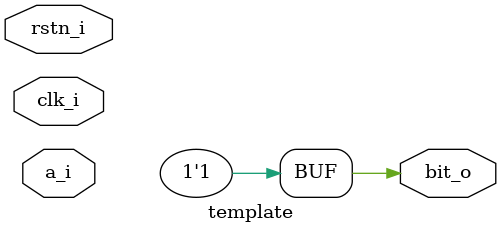
<source format=sv>
module template(
  input  logic  rstn_i,
  input  logic  clk_i,
  input  logic  a_i,
  output logic  bit_o 
  );
  
  assign bit_o = a_i | 1'b1;
endmodule

</source>
